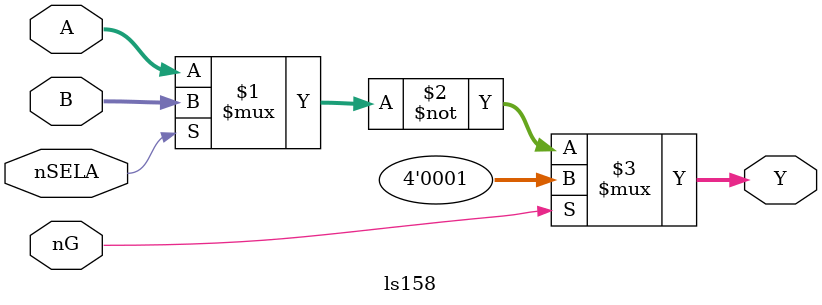
<source format=v>
`timescale 1ns / 1ps
module ls158(
        input wire nG,
        input wire nSELA,
        input wire [3:0] A,
        input wire [3:0] B,
        output wire [3:0] Y
    );

	assign Y = nG ? 4'b1 : ~(nSELA ? B : A);

endmodule

</source>
